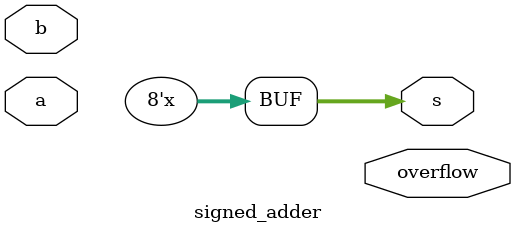
<source format=v>

module signed_adder(input [7:0] a,
    input [7:0] b,
    output [7:0] s,
    output overflow
); 

// The numbers a and b are added to the output s. 
// assign the occurence of the signed overflow of a and b to the output overflow.
// a signed overflow occurs if the most significant bits of a and b are low and the most significant bit of s is high
// a signed overflow may also occur if the most significant bits of a and b are high and the most significant bit of s is low


wire [7:0] a_out;
wire [7:0] b_out;
reg [7:0] s = 8'b00000001;

adder add_1 (a, b, a_out, b_out);
always@*
begin
if(a_out > 8'b00000001)
	begin
	s = s + 1;
	end
else if(a_out < 8'b00000001)
	begin
	s = s - 1;
	end
	
end
// Connect the salphas with the adder
assign s = a_out + b_out;

endmodule

</source>
